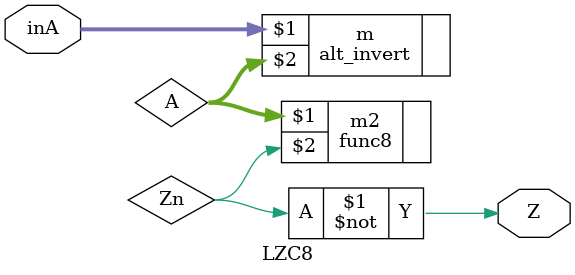
<source format=v>
module LZC8(inA, Z
	);

	// Assigning ports as in/out
	input [7:0] inA;
	output Z;

	wire [7:0] A;
	alt_invert #(8) m(inA, A);

	wire Zn;
	func8 m2(A, Zn);

	assign Z = ~Zn;

endmodule

</source>
